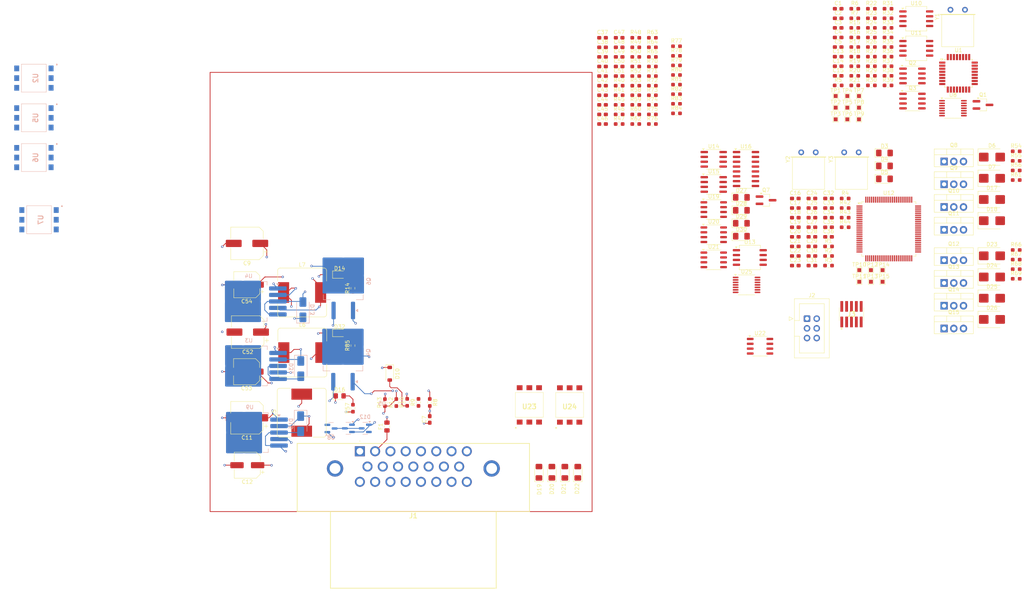
<source format=kicad_pcb>
(kicad_pcb (version 20241229) (generator "pcbnew") (generator_version "9.0")
  (layers (0 "F.Cu" signal) (4 "In1.Cu" signal) (6 "In2.Cu" signal) (2 "B.Cu" signal) (13 "F.Paste" user) (15 "B.Paste" user) (5 "F.SilkS" user "F.Silkscreen") (7 "B.SilkS" user "B.Silkscreen") (1 "F.Mask" user) (3 "B.Mask" user) (25 "Edge.Cuts" user))
  (net 0 "")
  (net 1 "ADC_VBAT")
  (net 2 "GND")
  (net 3 "ADC_VIGNTION")
  (net 4 "ADC_VSENS")
  (net 5 "ADC_VMCU")
  (net 6 "VPMIC")
  (net 7 "VCC")
  (net 8 "Net-(Q4-D)")
  (net 9 "VMCU")
  (net 10 "VSEN")
  (net 11 "Net-(U1-AREF)")
  (net 12 "Net-(U1-XTAL1{slash}PB6)")
  (net 13 "Net-(U1-XTAL2{slash}PB7)")
  (net 14 "Net-(U12-PC15)")
  (net 15 "Net-(U12-PC14)")
  (net 16 "Net-(U12-PH0)")
  (net 17 "Net-(U12-PH1)")
  (net 18 "MCU_NRST")
  (net 19 "VMCU_OUT")
  (net 20 "Net-(C37-Pad1)")
  (net 21 "Net-(C38-Pad1)")
  (net 22 "KL30_OUT")
  (net 23 "Net-(D3-A)")
  (net 24 "Net-(D4-A)")
  (net 25 "Net-(D5-A)")
  (net 26 "IGN_COIL_1")
  (net 27 "IGN_COIL_2")
  (net 29 "Net-(D12-K)")
  (net 30 "Net-(D8-A)")
  (net 31 "Net-(D10-K)")
  (net 32 "Net-(D10-A)")
  (net 34 "Net-(D12-A)")
  (net 35 "Net-(D13-K)")
  (net 36 "Net-(D14-A)")
  (net 37 "Net-(D15-K)")
  (net 38 "Net-(D16-A)")
  (net 39 "IGN_COIL_3")
  (net 40 "IGN_COIL_4")
  (net 41 "Net-(D19-A)")
  (net 42 "Net-(D20-A)")
  (net 43 "Net-(D21-A)")
  (net 44 "Net-(D22-A)")
  (net 45 "+BATT")
  (net 46 "Net-(Q1-E)")
  (net 47 "Net-(Q1-B)")
  (net 48 "KL15_OUT")
  (net 49 "Net-(Q2B-G2)")
  (net 50 "Net-(Q2A-G1)")
  (net 51 "VSEN_OUT")
  (net 52 "Net-(Q3B-G2)")
  (net 53 "Net-(Q3A-G1)")
  (net 54 "Net-(Q7-B)")
  (net 55 "Net-(Q7-E)")
  (net 56 "Net-(Q8-G)")
  (net 57 "Net-(Q9-G)")
  (net 58 "Net-(Q10-G)")
  (net 59 "Net-(Q11-G)")
  (net 60 "Net-(U12-BOOT0)")
  (net 61 "Net-(R2-Pad2)")
  (net 62 "Net-(R5-Pad2)")
  (net 63 "Net-(U1-PC4)")
  (net 64 "Net-(R6-Pad2)")
  (net 65 "Net-(U1-PC5)")
  (net 66 "Net-(U1-PD0)")
  (net 67 "Net-(R7-Pad2)")
  (net 68 "Net-(R15-Pad2)")
  (net 69 "Net-(U1-PD1)")
  (net 70 "Net-(R16-Pad1)")
  (net 71 "Net-(R17-Pad1)")
  (net 72 "Net-(R18-Pad1)")
  (net 73 "Net-(R19-Pad1)")
  (net 74 "Net-(U10A--)")
  (net 75 "Net-(U10B--)")
  (net 76 "Net-(U11A--)")
  (net 77 "Net-(U11B--)")
  (net 78 "Net-(U10A-+)")
  (net 79 "KL15")
  (net 80 "Net-(U10B-+)")
  (net 81 "Net-(U1-PB0)")
  (net 82 "Net-(U11A-+)")
  (net 83 "Net-(U11B-+)")
  (net 84 "OE_PIN")
  (net 85 "Net-(R40-Pad2)")
  (net 86 "Net-(R41-Pad2)")
  (net 87 "Signal1_Pin")
  (net 88 "Net-(U12-PD15)")
  (net 89 "OE_PIN2")
  (net 90 "Net-(U15-S)")
  (net 91 "SENSOR_1_SIGNAL")
  (net 92 "SENSOR_2_SIGNAL")
  (net 93 "IGN_COIL_DRV_1")
  (net 94 "IGN_COIL_DRV_3")
  (net 95 "Signal2_Pin")
  (net 96 "IGN_COIL_DRV_2")
  (net 97 "IGN_COIL_DRV_4")
  (net 98 "Net-(U19-INA)")
  (net 99 "Cylinder1Out_Pin")
  (net 100 "Cylinder2Out_Pin")
  (net 101 "Net-(U19-INB)")
  (net 102 "Net-(U20-INA)")
  (net 103 "Cylinder3Out_Pin")
  (net 104 "Net-(U20-INB)")
  (net 105 "Cylinder4Out_Pin")
  (net 106 "Net-(U1-PB2)")
  (net 107 "MAP_SENSOR_ADC_SIGNAL")
  (net 108 "TPS_ADC_SIGNAL")
  (net 109 "COOLANT_TEMP_ADC_SIGNAL")
  (net 113 "INJ_FUEL_1")
  (net 127 "MCU_SPI_MOSI")
  (net 129 "MCU_SPI_MISO")
  (net 130 "MCU_SPI_SCK")
  (net 131 "MCU_SPI_CS")
  (net 139 "INJ_FUEL_2")
  (net 140 "CAN_RXD")
  (net 144 "INJ_FUEL_3")
  (net 145 "INJ_FUEL_4")
  (net 149 "CAN_TXD")
  (net 150 "Net-(D27-A)")
  (net 158 "UART_TX")
  (net 165 "UART_RX")
  (net 171 "I2C_SCL")
  (net 175 "SWDIO_Pin")
  (net 176 "SWCLK_Pin")
  (net 184 "I2C_SDA")
  (net 188 "Net-(D28-A)")
  (net 189 "Net-(D29-A)")
  (net 192 "Net-(D30-A)")
  (net 196 "Net-(U14-SCL)")
  (net 197 "Net-(U14-SDA)")
  (net 199 "TPS_SIGNAL")
  (net 200 "Net-(U15-TXD)")
  (net 201 "Net-(U15-RXD)")
  (net 202 "CAN-H")
  (net 211 "CAN-L")
  (net 212 "MAP_SENSOR_SIGNAL")
  (net 213 "PMIC_RESET")
  (net 214 "PMIC_SPI_MISO")
  (net 215 "PMIC_SPI_MOSI")
  (net 216 "PMIC_SPI_SCK")
  (net 221 "Net-(Q12-G)")
  (net 222 "Net-(Q13-G)")
  (net 223 "Net-(Q14-G)")
  (net 224 "Net-(Q15-G)")
  (net 225 "FUEL_INJ_DRV_1")
  (net 227 "FUEL_INJ_DRV_2")
  (net 228 "FUEL_INJ_DRV_3")
  (net 229 "FUEL_INJ_DRV_4")
  (net 231 "Net-(U13A-+)")
  (net 232 "Net-(U13A--)")
  (net 233 "Net-(U13B--)")
  (net 234 "Net-(U13B-+)")
  (net 235 "Cylinder1FuelOut_Pin")
  (net 236 "Net-(U21-INA)")
  (net 237 "Cylinder2FuelOut_Pin")
  (net 238 "Net-(U21-INB)")
  (net 239 "Cylinder3FuelOut_Pin")
  (net 240 "Net-(U22-INA)")
  (net 241 "Cylinder4FuelOut_Pin")
  (net 242 "Net-(U22-INB)")
  (net 263 "Net-(D31-K)")
  (net 264 "Net-(D32-A)")
  (footprint "Capacitor_SMD:C_0603_1608Metric_Pad1.08x0.95mm_HandSolder" (layer "F.Cu") (at 224.4425 78.08)
    (property "Reference" "C30")
    (property "Value" "0.1u")
  )
  (footprint "Resistor_SMD:R_0603_1608Metric_Pad0.98x0.95mm_HandSolder" (layer "F.Cu") (at 178.3275 36)
    (property "Reference" "R58")
    (property "Value" "120R")
  )
  (footprint "Fuse:Fuse_0805_2012Metric_Pad1.15x1.40mm_HandSolder" (layer "F.Cu") (at 113.19 122.715 90)
    (property "Reference" "F1")
    (property "Value" "2A Fuse")
  )
  (footprint "Package_SO:SOIC-8_3.9x4.9mm_P1.27mm" (layer "F.Cu") (at 250.7625 37.52)
    (property "Reference" "Q3")
    (property "Value" "DMP6050SSD")
  )
  (footprint "TestPoint:TestPoint_Pad_1.0x1.0mm" (layer "F.Cu") (at 230.6625 42.3)
    (property "Reference" "TP3")
    (property "Value" "SPI_MOSI")
  )
  (footprint "Resistor_SMD:R_0603_1608Metric_Pad0.98x0.95mm_HandSolder" (layer "F.Cu") (at 277.9225 84.04)
    (property "Reference" "R69")
    (property "Value" "100R")
  )
  (footprint "Resistor_SMD:R_0603_1608Metric_Pad0.98x0.95mm_HandSolder" (layer "F.Cu") (at 235.6625 33.42)
    (property "Reference" "R21")
    (property "Value" "8.2K")
  )
  (footprint "LED_SMD:LED_1206_3216Metric_Pad1.42x1.75mm_HandSolder" (layer "F.Cu") (at 205.9775 69.51)
    (property "Reference" "D29")
    (property "Value" "RED")
  )
  (footprint "Capacitor_SMD:C_0603_1608Metric_Pad1.08x0.95mm_HandSolder" (layer "F.Cu") (at 224.4425 68.04)
    (property "Reference" "C26")
    (property "Value" "0.1u")
  )
  (footprint "Package_TO_SOT_SMD:TSOT-23_HandSoldering" (layer "F.Cu") (at 212.4325 63.475)
    (property "Reference" "Q7")
    (property "Value" "SS8050")
  )
  (footprint "Resistor_SMD:R_0603_1608Metric_Pad0.98x0.95mm_HandSolder" (layer "F.Cu") (at 178.3275 30.98)
    (property "Reference" "R52")
    (property "Value" "10K")
  )
  (footprint "Inductor_SMD:L_Bourns_SRR1260" (layer "F.Cu") (at 90.88 119.1 90)
    (property "Reference" "L5")
    (property "Value" "SRR1280-331K")
  )
  (footprint "TestPoint:TestPoint_Pad_1.0x1.0mm" (layer "F.Cu") (at 230.6625 39.25)
    (property "Reference" "TP2")
    (property "Value" "SPI_CS")
  )
  (footprint "Capacitor_SMD:C_0603_1608Metric_Pad1.08x0.95mm_HandSolder" (layer "F.Cu") (at 231.3125 20.87)
    (property "Reference" "C4")
    (property "Value" "100n")
  )
  (footprint "Diode_SMD:D_SMB" (layer "F.Cu") (at 271.5775 63.29)
    (property "Reference" "D17")
    (property "Value" "SM6T100A")
  )
  (footprint "Diode_SMD:D_SMB" (layer "F.Cu") (at 271.5775 83.58)
    (property "Reference" "D24")
    (property "Value" "SM6T100A")
  )
  (footprint "Capacitor_SMD:CP_Elec_6.3x7.7" (layer "F.Cu") (at 76.51 85.59 180)
    (property "Reference" "C54")
    (property "Value" "UCL0J331MCL1GS")
  )
  (footprint "LED_SMD:LED_1206_3216Metric_Pad1.42x1.75mm_HandSolder" (layer "F.Cu") (at 159.76 134.6925 90)
    (property "Reference" "D21")
    (property "Value" "RED")
  )
  (footprint "Package_SO:SOIC-16_3.9x9.9mm_P1.27mm" (layer "F.Cu") (at 207.1825 55.31)
    (property "Reference" "U16")
    (property "Value" "MAX232")
  )
  (footprint "Capacitor_SMD:C_0603_1608Metric_Pad1.08x0.95mm_HandSolder" (layer "F.Cu") (at 224.4425 80.59)
    (property "Reference" "C31")
    (property "Value" "1u")
  )
  (footprint "Resistor_SMD:R_0603_1608Metric_Pad0.98x0.95mm_HandSolder" (layer "F.Cu") (at 182.6775 33.49)
    (property "Reference" "R72")
    (property "Value" "8.2K")
  )
  (footprint "Resistor_SMD:R_0603_1608Metric_Pad0.98x0.95mm_HandSolder" (layer "F.Cu") (at 182.6775 28.47)
    (property "Reference" "R70")
    (property "Value" "7K")
  )
  (footprint "Capacitor_SMD:CP_Elec_8x11.9" (layer "F.Cu") (at 76.55 74.78 180)
    (property "Reference" "C9")
    (property "Value" "UCL1V101MNL1GS")
  )
  (footprint "TestPoint:TestPoint_Pad_1.0x1.0mm" (layer "F.Cu") (at 242.9425 81.78)
    (property "Reference" "TP14")
    (property "Value" "Cyl3_TP")
  )
  (footprint "Resistor_SMD:R_0603_1608Metric_Pad0.98x0.95mm_HandSolder" (layer "F.Cu") (at 182.6775 43.53)
    (property "Reference" "R76")
    (property "Value" "10K")
  )
  (footprint "Capacitor_SMD:C_0603_1608Metric_Pad1.08x0.95mm_HandSolder" (layer "F.Cu") (at 224.4425 63.02)
    (property "Reference" "C24")
    (property "Value" "0.1u")
  )
  (footprint "TestPoint:TestPoint_Pad_1.0x1.0mm" (layer "F.Cu") (at 236.8425 84.83)
    (property "Reference" "TP11")
    (property "Value" "Cyl2_TP")
  )
  (footprint "Capacitor_SMD:C_0603_1608Metric_Pad1.08x0.95mm_HandSolder" (layer "F.Cu") (at 231.3125 30.91)
    (property "Reference" "C15")
    (property "Value" "22p")
  )
  (footprint "Resistor_SMD:R_0603_1608Metric_Pad0.98x0.95mm_HandSolder" (layer "F.Cu") (at 173.9775 43.53)
    (property "Reference" "R47")
    (property "Value" "10K")
  )
  (footprint "Resistor_SMD:R_0603_1608Metric_Pad0.98x0.95mm_HandSolder" (layer "F.Cu") (at 178.3275 23.45)
    (property "Reference" "R49")
    (property "Value" "360R")
  )
  (footprint "Capacitor_SMD:C_0603_1608Metric_Pad1.08x0.95mm_HandSolder" (layer "F.Cu") (at 173.9775 30.98)
    (property "Reference" "C51")
    (property "Value" "0.1u")
  )
  (footprint "Resistor_SMD:R_0603_1608Metric_Pad0.98x0.95mm_HandSolder" (layer "F.Cu") (at 235.6625 30.91)
    (property "Reference" "R20")
    (property "Value" "8.2K")
  )
  (footprint "Resistor_SMD:R_0603_1608Metric_Pad0.98x0.95mm_HandSolder" (layer "F.Cu") (at 188.9925 28.19)
    (property "Reference" "R79")
    (property "Value" "100R")
  )
  (footprint "Resistor_SMD:R_0603_1608Metric_Pad0.98x0.95mm_HandSolder" (layer "F.Cu") (at 240.0125 30.91)
    (property "Reference" "R29")
    (property "Value" "12K1")
  )
  (footprint "Resistor_SMD:R_0603_1608Metric_Pad0.98x0.95mm_HandSolder" (layer "F.Cu") (at 178.3275 28.47)
    (property "Reference" "R51")
    (property "Value" "2K")
  )
  (footprint "Package_TO_SOT_THT:TO-220-3_Vertical" (layer "F.Cu") (at 259.0425 71.22)
    (property "Reference" "Q11")
    (property "Value" "IRF540N")
  )
  (footprint "Capacitor_SMD:C_0603_1608Metric_Pad1.08x0.95mm_HandSolder" (layer "F.Cu") (at 224.4425 65.53)
    (property "Reference" "C25")
    (property "Value" "1u")
  )
  (footprint "Inductor_SMD:L_Bourns_SRR1260" (layer "F.Cu") (at 90.98 87.63)
    (property "Reference" "L7")
    (property "Value" "SRR1280-331K")
  )
  (footprint "Diode_SMD:D_SMB" (layer "F.Cu") (at 271.5775 89.13)
    (property "Reference" "D25")
    (property "Value" "SM6T100A")
  )
  (footprint "Capacitor_SMD:C_0603_1608Metric_Pad1.08x0.95mm_HandSolder" (layer "F.Cu") (at 224.4425 73.06)
    (property "Reference" "C28")
    (property "Value" "0.1u")
  )
  (footprint "LED_SMD:LED_1206_3216Metric_Pad1.42x1.75mm_HandSolder" (layer "F.Cu") (at 205.9775 62.73)
    (property "Reference" "D27")
    (property "Value" "RED")
  )
  (footprint "Resistor_SMD:R_0603_1608Metric_Pad0.98x0.95mm_HandSolder" (layer "F.Cu") (at 188.9925 33.21)
    (property "Reference" "R81")
    (property "Value" "2K")
  )
  (footprint "Resistor_SMD:R_0603_1608Metric_Pad0.98x0.95mm_HandSolder" (layer "F.Cu") (at 244.3625 18.36)
    (property "Reference" "R33")
    (property "Value" "10K")
  )
  (footprint "Crystal:Crystal_HC52-8mm_Horizontal" (layer "F.Cu") (at 232.8925 50.94)
    (property "Reference" "Y3")
    (property "Value" "8MHz")
  )
  (footprint "Inductor_SMD:L_Bourns_SRR1260" (layer "F.Cu") (at 91.04 103.36)
    (property "Reference" "L6")
    (property "Value" "SRR1280-331K")
  )
  (footprint "Capacitor_SMD:C_0603_1608Metric_Pad1.08x0.95mm_HandSolder" (layer "F.Cu") (at 173.9775 25.96)
    (property "Reference" "C49")
    (property "Value" "1u")
  )
  (footprint "Package_QFP:TQFP-32_7x7mm_P0.8mm" (layer "F.Cu") (at 262.8125 30.26)
    (property "Reference" "U1")
    (property "Value" "ATmega328PB-A")
  )
  (footprint "LED_SMD:LED_0805_2012Metric_Pad1.15x1.40mm_HandSolder" (layer "F.Cu") (at 100.81 114.7)
    (property "Reference" "D16")
    (property "Value" "RED")
  )
  (footprint "Package_SO:SO-8_3.9x4.9mm_P1.27mm" (layer "F.Cu") (at 198.7325 72.51)
    (property "Reference" "U20")
    (property "Value" "IXDN602")
  )
  (footprint "Package_SO:SOIC-8_3.9x4.9mm_P1.27mm" (layer "F.Cu") (at 250.7625 30.94)
    (property "Reference" "Q2")
    (property "Value" "DMP6050SSD")
  )
  (footprint "Package_TO_SOT_THT:TO-220-3_Vertical" (layer "F.Cu") (at 259.0425 97.06)
    (property "Reference" "Q15")
    (property "Value" "IRF540N")
  )
  (footprint "Package_TO_SOT_THT:TO-220-3_Vertical" (layer "F.Cu") (at 259.0425 53.34)
    (property "Reference" "Q8")
    (property "Value" "IRF540N")
  )
  (footprint "TestPoint:TestPoint_Pad_1.0x1.0mm" (layer "F.Cu") (at 230.6625 36.2)
    (property "Reference" "TP1")
    (property "Value" "PMIC_CLK")
  )
  (footprint "Capacitor_SMD:C_0603_1608Metric_Pad1.08x0.95mm_HandSolder" (layer "F.Cu") (at 169.6275 28.47)
    (property "Reference" "C40")
    (property "Value" "0.1u")
  )
  (footprint "Package_SO:SOIC-8_5.3x6.2mm_P1.27mm" (layer "F.Cu") (at 251.7625 15.96)
    (property "Reference" "U10")
    (property "Value" "TLV2372")
  )
  (footprint "Resistor_SMD:R_0603_1608Metric_Pad0.98x0.95mm_HandSolder" (layer "F.Cu") (at 235.6625 23.38)
    (property "Reference" "R17")
    (property "Value" "0R")
  )
  (footprint "Crystal:Crystal_HC52-8mm_Horizontal" (layer "F.Cu") (at 260.7125 13.61)
    (property "Reference" "Y1")
    (property "Value" "16MHz")
  )
  (footprint "LED_SMD:LED_1206_3216Metric_Pad1.42x1.75mm_HandSolder" (layer "F.Cu") (at 205.9775 66.12)
    (property "Reference" "D28")
    (property "Value" "RED")
  )
  (footprint "Resistor_SMD:R_0603_1608Metric_Pad0.98x0.95mm_HandSolder" (layer "F.Cu") (at 228.7925 75.57)
    (property "Reference" "R1")
    (property "Value" "10k")
  )
  (footprint "Package_TO_SOT_SMD:TSOT-23_HandSoldering" (layer "F.Cu") (at 269.2225 38.525)
    (property "Reference" "Q1")
    (property "Value" "SS8050")
  )
  (footprint "Resistor_SMD:R_0603_1608Metric_Pad0.98x0.95mm_HandSolder" (layer "F.Cu") (at 277.9225 81.53)
    (property "Reference" "R68")
    (property "Value" "100R")
  )
  (footprint "Package_TO_SOT_THT:TO-220-3_Vertical" (layer "F.Cu") (at 259.0425 85.14)
    (property "Reference" "Q13")
    (property "Value" "IRF540N")
  )
  (footprint "Package_SO:TSSOP-14_4.4x5mm_P0.65mm" (layer "F.Cu") (at 261.3625 39.385)
    (property "Reference" "U8")
    (property "Value" "TXS0104EPW")
  )
  (footprint "Resistor_SMD:R_0603_1608Metric_Pad0.98x0.95mm_HandSolder" (layer "F.Cu") (at 182.6775 36)
    (property "Reference" "R73")
    (property "Value" "8.2K")
  )
  (footprint "Package_TO_SOT_THT:TO-220-3_Vertical" (layer "F.Cu") (at 259.0425 59.3)
    (property "Reference" "Q9")
    (property "Value" "IRF540N")
  )
  (footprint "Package_SO:SO-8_3.9x4.9mm_P1.27mm" (layer "F.Cu") (at 198.7325 65.93)
    (property "Reference" "U19")
    (property "Value" "IXDN602")
  )
  (footprint "Capacitor_SMD:C_0603_1608Metric_Pad1.08x0.95mm_HandSolder" (layer "F.Cu") (at 220.0925 70.55)
    (property "Reference" "C19")
    (property "Value" "12p")
  )
  (footprint "Resistor_SMD:R_0603_1608Metric_Pad0.98x0.95mm_HandSolder" (layer "F.Cu") (at 188.9925 30.7)
    (property "Reference" "R80")
    (property "Value" "100R")
  )
  (footprint "7706691:7706691" (layer "F.Cu") (at 106.1 129.2)
    (property "Reference" "J1")
    (property "Value" "770669-1" (hide yes))
  )
  (footprint "Resistor_SMD:R_0603_1608Metric_Pad0.98x0.95mm_HandSolder" (layer "F.Cu") (at 118.49 116.39 90)
    (property "Reference" "R10")
    (property "Value" "5K")
  )
  (footprint "Resistor_SMD:R_0603_1608Metric_Pad0.98x0.95mm_HandSolder" (layer "F.Cu") (at 115.65 116.4425 90)
    (property "Reference" "R12")
    (property "Value" "1M")
  )
  (footprint "Resistor_SMD:R_0603_1608Metric_Pad0.98x0.95mm_HandSolder" (layer "F.Cu") (at 235.6625 18.36)
    (property "Reference" "R15")
    (property "Value" "475R")
  )
  (footprint "Package_SO:SOIC-8_5.3x6.2mm_P1.27mm" (layer "F.Cu") (at 208.1825 78.47)
    (property "Reference" "U13")
    (property "Value" "TLV2372")
  )
  (footprint "Diode_SMD:D_SOD-123" (layer "F.Cu") (at 113.92 108.9025 -90)
    (property "Reference" "D10")
    (property "Value" "KDZV18B")
  )
  (footprint "TestPoint:TestPoint_Pad_1.0x1.0mm" (layer "F.Cu") (at 233.7125 42.3)
    (property "Reference" "TP6")
    (property "Value" "KL30_ADC")
  )
  (footprint "Resistor_SMD:R_0603_1608Metric_Pad0.98x0.95mm_HandSolder" (layer "F.Cu") (at 240.0125 13.34)
    (property "Reference" "R22")
    (property "Value" "8.2K")
  )
  (footprint "Resistor_SMD:R_0603_1608Metric_Pad0.98x0.95mm_HandSolder" (layer "F.Cu") (at 244.3625 28.4)
    (property "Reference" "R37")
    (property "Value" "10K")
  )
  (footprint "Resistor_SMD:R_0603_1608Metric_Pad0.98x0.95mm_HandSolder" (layer "F.Cu") (at 188.9925 25.68)
    (property "Reference" "R78")
    (property "Value" "100R")
  )
  (footprint "Capacitor_SMD:C_0603_1608Metric_Pad1.08x0.95mm_HandSolder" (layer "F.Cu") (at 231.3125 25.89)
    (property "Reference" "C13")
    (property "Value" "100n")
  )
  (footprint "Resistor_SMD:R_0603_1608Metric_Pad0.98x0.95mm_HandSolder" (layer "F.Cu") (at 178.3275 38.51)
    (property "Reference" "R59")
    (property "Value" "100R")
  )
  (footprint "Resistor_SMD:R_0603_1608Metric_Pad0.98x0.95mm_HandSolder" (layer "F.Cu") (at 244.3625 20.87)
    (property "Reference" "R34")
    (property "Value" "43k")
  )
  (footprint "Resistor_SMD:R_0603_1608Metric_Pad0.98x0.95mm_HandSolder" (layer "F.Cu") (at 178.3275 33.49)
    (property "Reference" "R53")
    (property "Value" "10K")
  )
  (footprint "Resistor_SMD:R_0603_1608Metric_Pad0.98x0.95mm_HandSolder" (layer "F.Cu") (at 188.9925 23.17)
    (property "Reference" "R77")
    (property "Value" "100R")
  )
  (footprint "Resistor_SMD:R_0603_1608Metric_Pad0.98x0.95mm_HandSolder" (layer "F.Cu") (at 173.9775 41.02)
    (property "Reference" "R46")
    (property "Value" "10K")
  )
  (footprint "Package_SO:SO-8_3.9x4.9mm_P1.27mm" (layer "F.Cu") (at 198.7325 79.09)
    (property "Reference" "U21")
    (property "Value" "IXDN602")
  )
  (footprint "Capacitor_SMD:C_0603_1608Metric_Pad1.08x0.95mm_HandSolder" (layer "F.Cu") (at 169.6275 36)
    (property "Reference" "C43")
    (property "Value" "1u")
  )
  (footprint "Capacitor_SMD:CP_Elec_8x11.9" (layer "F.Cu") (at 76.74 98 180)
    (property "Reference" "C52")
    (property "Value" "UCL1V101MNL1GS")
  )
  (footprint "Resistor_SMD:R_0603_1608Metric_Pad0.98x0.95mm_HandSolder" (layer "F.Cu") (at 244.3625 13.34)
    (property "Reference" "R31")
    (property "Value" "12K1")
  )
  (footprint "Resistor_SMD:R_0603_1608Metric_Pad0.98x0.95mm_HandSolder" (layer "F.Cu") (at 104.28 86.52 90)
    (property "Reference" "R14")
    (property "Value" "470R")
  )
  (footprint "Resistor_SMD:R_0603_1608Metric_Pad0.98x0.95mm_HandSolder" (layer "F.Cu") (at 233.1425 68.04)
    (property "Reference" "R43")
    (property "Value" "470R")
  )
  (footprint "Capacitor_SMD:C_0603_1608Metric_Pad1.08x0.95mm_HandSolder" (layer "F.Cu") (at 169.6275 23.45)
    (property "Reference" "C38")
    (property "Value" "2.2uF")
  )
  (footprint "Resistor_SMD:R_0603_1608Metric_Pad0.98x0.95mm_HandSolder" (layer "F.Cu") (at 182.6775 20.94)
    (property "Reference" "R63")
    (property "Value" "100R")
  )
  (footprint "Capacitor_SMD:C_0603_1608Metric_Pad1.08x0.95mm_HandSolder" (layer "F.Cu") (at 173.9775 20.94)
    (property "Reference" "C47")
    (property "Value" "0.1u")
  )
  (footprint "Capacitor_SMD:C_0603_1608Metric_Pad1.08x0.95mm_HandSolder" (layer "F.Cu") (at 220.0925 80.59)
    (property "Reference" "C23")
    (property "Value" "1u")
  )
  (footprint "Resistor_SMD:R_0603_1608Metric_Pad0.98x0.95mm_HandSolder" (layer "F.Cu") (at 233.1425 65.53)
    (property "Reference" "R42")
    (property "Value" "470R")
  )
  (footprint "Capacitor_SMD:C_0603_1608Metric_Pad1.08x0.95mm_HandSolder" (layer "F.Cu") (at 231.3125 15.85)
    (property "Reference" "C2")
    (property "Value" "100n")
  )
  (footprint "Resistor_SMD:R_0603_1608Metric_Pad0.98x0.95mm_HandSolder" (layer "F.Cu") (at 182.6775 25.96)
    (property "Reference" "R65")
    (property "Value" "2K")
  )
  (footprint "Resistor_SMD:R_0603_1608Metric_Pad0.98x0.95mm_HandSolder" (layer "F.Cu") (at 277.9225 58.2)
    (property "Reference" "R61")
    (property "Value" "100R")
  )
  (footprint "Capacitor_SMD:C_0603_1608Metric_Pad1.08x0.95mm_HandSolder" (layer "F.Cu") (at 169.6275 25.96)
    (property "Reference" "C39")
    (property "Value" "1u")
  )
  (footprint "Resistor_SMD:R_0603_1608Metric_Pad0.98x0.95mm_HandSolder" (layer "F.Cu") (at 235.6625 28.4)
    (property "Reference" "R19")
    (property "Value" "0R")
  )
  (footprint "Resistor_SMD:R_0603_1608Metric_Pad0.98x0.95mm_HandSolder" (layer "F.Cu") (at 277.9225 50.67)
    (property "Reference" "R54")
    (property "Value" "100R")
  )
  (footprint "Resistor_SMD:R_0603_1608Metric_Pad0.98x0.95mm_HandSolder" (layer "F.Cu") (at 182.6775 23.45)
    (property "Reference" "R64")
    (property "Value" "100R")
  )
  (footprint "Capacitor_SMD:C_0603_1608Metric_Pad1.08x0.95mm_HandSolder" (layer "F.Cu") (at 228.7925 63.02)
    (property "Reference" "C32")
    (property "Value" "0.1u")
  )
  (footprint "Resistor_SMD:R_0603_1608Metric_Pad0.98x0.95mm_HandSolder" (layer "F.Cu") (at 277.9225 79.02)
    (property "Reference" "R67")
    (property "Value" "100R")
  )
  (footprint "Resistor_SMD:R_0603_1608Metric_Pad0.98x0.95mm_HandSolder" (layer "F.Cu") (at 235.6625 20.87)
    (property "Reference" "R16")
    (property "Value" "0R")
  )
  (footprint "Capacitor_SMD:C_0603_1608Metric_Pad1.08x0.95mm_HandSolder" (layer "F.Cu") (at 220.0925 68.04)
    (property "Reference" "C18")
    (property "Value" "12p")
  )
  (footprint "Capacitor_SMD:C_0603_1608Metric_Pad1.08x0.95mm_HandSolder" (layer "F.Cu") (at 169.6275 20.94)
    (property "Reference" "C37")
    (property "Value" "2.2uF")
  )
  (footprint "Resistor_SMD:R_0603_1608Metric_Pad0.98x0.95mm_HandSolder" (layer "F.Cu") (at 121.45 116.4075 90)
    (property "Reference" "R9")
    (property "Value" "169K")
  )
  (footprint "Package_SO:TSSOP-14_4.4x5mm_P0.65mm" (layer "F.Cu") (at 207.3325 85.645)
    (property "Reference" "U25")
    (property "Value" "TXS0104EPW")
  )
  (footprint "LED_SMD:LED_1206_3216Metric_Pad1.42x1.75mm_HandSolder" (layer "F.Cu") (at 243.4375 57.89)
    (property "Reference" "D5")
    (property "Value" "RED")
  )
  (footprint "Capacitor_SMD:C_0603_1608Metric_Pad1.08x0.95mm_HandSolder" (layer "F.Cu") (at 228.7925 65.53)
    (property "Reference" "C33")
    (property "Value" "1u")
  )
  (footprint "4N35S:4N35S" (layer "F.Cu") (at 161.01 117.08)
    (property "Reference" "U24")
    (property "Value" "4N35" (hide yes))
  )
  (footprint "Resistor_SMD:R_0603_1608Metric_Pad0.98x0.95mm_HandSolder" (layer "F.Cu") (at 173.9775 33.49)
    (property "Reference" "R40")
    (property "Value" "10K")
  )
  (footprint "Resistor_SMD:R_0603_1608Metric_Pad0.98x0.95mm_HandSolder" (layer "F.Cu") (at 244.3625 30.91)
    (property "Reference" "R38")
    (property "Value" "10K")
  )
  (footprint "Resistor_SMD:R_0603_1608Metric_Pad0.98x0.95mm_HandSolder" (layer "F.Cu") (at 233.1425 70.55)
    (property "Reference" "R44")
    (property "Value" "470R")
  )
  (footprint "Resistor_SMD:R_0603_1608Metric_Pad0.98x0.95mm_HandSolder" (layer "F.Cu") (at 112.66 116.46 90)
    (property "Reference" "R13")
    (property "Value" "47.5K")
  )
  (footprint "Capacitor_SMD:C_0603_1608Metric_Pad1.08x0.95mm_HandSolder" (layer "F.Cu") (at 173.9775 23.45)
    (property "Reference" "C48")
    (property "Value" "1u")
  )
  (footprint "Resistor_SMD:R_0603_1608Metric_Pad0.98x0.95mm_HandSolder" (layer "F.Cu") (at 244.3625 33.42)
    (property "Reference" "R39")
    (property "Value" "1M")
  )
  (footprint "Resistor_SMD:R_0603_1608Metric_Pad0.98x0.95mm_HandSolder" (layer "F.Cu") (at 173.9775 38.51)
    (property "Reference" "R45")
    (property "Value" "43k")
  )
  (footprint "Capacitor_SMD:C_0603_1608Metric_Pad1.08x0.95mm_HandSolder" (layer "F.Cu") (at 220.0925 78.08)
    (property "Reference" "C22")
    (property "Value" "0.1u")
  )
  (footprint "Resistor_SMD:R_0603_1608Metric_Pad0.98x0.95mm_HandSolder" (layer "F.Cu") (at 178.3275 43.53)
    (property "Reference" "R62")
    (property "Value" "100R")
  )
  (footprint "Capacitor_SMD:C_0603_1608Metric_Pad1.08x0.95mm_HandSolder" (layer "F.Cu") (at 124.39 120.8625 90)
    (property "Reference" "C7")
    (property "Value" "100u")
  )
  (footprint "Capacitor_SMD:C_0603_1608Metric_Pad1.08x0.95mm_HandSolder" (layer "F.Cu") (at 169.6275 41.02)
    (property "Reference" "C45")
    (property "Value" "100n")
  )
  (footprint "Resistor_SMD:R_0603_1608Metric_Pad0.98x0.95mm_HandSolder" (layer "F.Cu") (at 231.3125 33.42)
    (property "Reference" "R5")
    (property "Value" "475R")
  )
  (footprint "Capacitor_SMD:C_0603_1608Metric_Pad1.08x0.95mm_HandSolder" (layer "F.Cu") (at 231.3125 13.34)
    (property "Reference" "C1")
    (property "Value" "100n")
  )
  (footprint "Resistor_SMD:R_0603_1608Metric_Pad0.98x0.95mm_HandSolder" (layer "F.Cu") (at 244.3625 23.38)
    (property "Reference" "R35")
    (property "Value" "10K")
  )
  (footprint "TestPoint:TestPoint_Pad_1.0x1.0mm" (layer "F.Cu") (at 239.8925 81.78)
    (property "Reference" "TP12")
    (property "Value" "Sig1_TP")
  )
  (footprint "Capacitor_SMD:C_0603_1608Metric_Pad1.08x0.95mm_HandSolder" (layer "F.Cu") (at 220.0925 65.53)
    (property "Reference" "C17")
    (property "Value" "12p")
  )
  (footprint "Resistor_SMD:R_0603_1608Metric_Pad0.98x0.95mm_HandSolder" (layer "F.Cu") (at 240.0125 25.89)
    (property "Reference" "R27")
    (property "Value" "12K1")
  )
  (footprint "Resistor_SMD:R_0603_1608Metric_Pad0.98x0.95mm_HandSolder" (layer "F.Cu") (at 173.9775 36)
    (property "Reference" "R41")
    (property "Value" "10K")
  )
  (footprint "Diode_SMD:D_SMB" (layer "F.Cu") (at 271.5775 52.19)
    (property "Reference" "D6")
    (property "Value" "SM6T100A")
  )
  (footprint "Package_SO:SOIC-8_3.9x4.9mm_P1.27mm" (layer "F.Cu") (at 198.7325 59.35)
    (property "Reference" "U15")
    (property "Value" "MCP2557FD-xSN")
  )
  (footprint "Resistor_SMD:R_0603_1608Metric_Pad0.98x0.95mm_HandSolder" (layer "F.Cu") (at 178.3275 20.94)
    (property "Reference" "R48")
    (property "Value" "360R")
  )
  (footprint "Resistor_SMD:R_0603_1608Metric_Pad0.98x0.95mm_HandSolder" (layer "F.Cu") (at 188.9925 35.72)
    (property "Reference" "R82")
    (property "Value" "2K")
  )
  (footprint "Capacitor_SMD:C_0603_1608Metric_Pad1.08x0.95mm_HandSolder" (layer "F.Cu") (at 169.6275 33.49)
    (property "Reference" "C42")
    (property "Value" "0.1u")
  )
  (footprint "Resistor_SMD:R_0603_1608Metric_Pad0.98x0.95mm_HandSolder" (layer "F.Cu") (at 277.9225 76.51)
    (property "Reference" "R66")
    (property "Value" "100R")
  )
  (footprint "Diode_SMD:D_SMB" (layer "F.Cu") (at 271.5775 57.74)
    (property "Reference" "D7")
    (property "Value" "SM6T100A")
  )
  (footprint "Package_SO:SOIC-8_5.3x6.2mm_P1.27mm" (layer "F.Cu") (at 251.7625 23.71)
    (property "Reference" "U11")
    (property "Value" "TLV2372")
  )
  (footprint "Diode_SMD:D_SMB" (layer "F.Cu") (at 271.5775 78.03)
    (property "Reference" "D23")
    (property "Value" "SM6T100A")
  )
  (footprint "Resistor_SMD:R_0603_1608Metric_Pad0.98x0.95mm_HandSolder" (layer "F.Cu") (at 188.9925 38.23)
    (property "Reference" "R83")
    (property "Value" "2K")
  )
  (footprint "Resistor_SMD:R_0603_1608Metric_Pad0.98x0.95mm_HandSolder" (layer "F.Cu") (at 244.3625 25.89)
    (property "Reference" "R36")
    (property "Value" "10K")
  )
  (footprint "Diode_SMD:D_SMB" (layer "F.Cu") (at 271.5775 68.84)
    (property "Reference" "D18")
    (property "Value" "SM6T100A")
  )
  (footprint "Resistor_SMD:R_0603_1608Metric_Pad0.98x0.95mm_HandSolder" (layer "F.Cu") (at 235.6625 13.34)
    (property "Reference" "R6")
    (property "Value" "475R")
  )
  (footprint "Capacitor_SMD:C_0603_1608Metric_Pad1.08x0.95mm_HandSolder" (layer "F.Cu") (at 228.7925 68.04)
    (property "Reference" "C34")
    (property "Value" "0.1u")
  )
  (footprint "Capacitor_SMD:CP_Elec_6.3x7.7" (layer "F.Cu") (at 76.6325 132.84 180)
    (property "Reference" "C12")
    (property "Value" "UCL0J331MCL1GS")
  )
  (footprint "FTSH-105-01-L-DV-A:FTSH-105-XX-YYY-DV-A" (layer "F.Cu") (at 234.7975 93.31)
    (property "Reference" "J3")
    (property "Value" "FTSH-105-01-L-DV-A" (hide yes))
  )
  (footprint "Resistor_SMD:R_0603_1608Metric_Pad0.98x0.95mm_HandSolder" (layer "F.Cu") (at 228.7925 78.08)
    (property "Reference" "R2")
    (property "Value" "510R")
  )
  (footprint "Resistor_SMD:R_0603_1608Metric_Pad0.98x0.95mm_HandSolder" (layer "F.Cu") (at 240.0125 20.87)
    (property "Reference" "R25")
    (property "Value" "12K1")
  )
  (footprint "TestPoint:TestPoint_Pad_1.0x1.0mm" (layer "F.Cu") (at 233.7125 39.25)
    (property "Reference" "TP5")
    (property "Value" "SPI_SCK")
  )
  (footprint "TestPoint:TestPoint_Pad_1.0x1.0mm" (layer "F.Cu") (at 236.8425 81.78)
    (property "Reference" "TP10")
    (property "Value" "Cyl1_TP")
  )
  (footprint "Resistor_SMD:R_0603_1608Metric_Pad0.98x0.95mm_HandSolder" (layer "F.Cu") (at 244.3625 15.85)
    (property "Reference" "R32")
    (property "Value" "69K8")
  )
  (footprint "TestPoint:TestPoint_Pad_1.0x1.0mm" (layer "F.Cu") (at 233.7125 36.2)
    (property "Reference" "TP4")
    (property "Value" "SPI_MISO")
  )
  (footprint "Capacitor_SMD:CP_Elec_6.3x7.7" (layer "F.Cu") (at 76.44 108.36 180)
    (property "Reference" "C53")
    (property "Value" "UCL0J331MCL1GS")
  )
  (footprint "Resistor_SMD:R_0603_1608Metric_Pad0.98x0.95mm_HandSolder" (layer "F.Cu") (at 104.29 117.92 90)
    (property "Reference" "R57")
    (property "Value" "470R")
  )
  (footprint "Diode_SMD:D_SMB" (layer "F.Cu") (at 271.5775 94.68)
    (property "Reference" "D26")
    (property "Value" "SM6T100A")
  )
  (footprint "TestPoint:TestPoint_Pad_1.0x1.0mm" (layer "F.Cu") (at 242.9425 84.83)
    (property "Reference" "TP15")
    (property "Value" "Cyl4_TP")
  )
  (footprint "Resistor_SMD:R_0603_1608Metric_Pad0.98x0.95mm_HandSolder" (layer "F.Cu") (at 277.9225 55.69)
    (property "Reference" "R56")
    (property "Value" "100R")
  )
  (footprint "Resistor_SMD:R_0603_1608Metric_Pad0.98x0.95mm_HandSolder" (layer "F.Cu") (at 277.9225 53.18)
    (property "Reference" "R55")
    (property "Value" "100R")
  )
  (footprint "TestPoint:TestPoint_Pad_1.0x1.0mm" (layer "F.Cu") (at 239.8925 84.83)
    (property "Reference" "TP13")
    (property "Value" "Sig2_TP")
  )
  (footprint "Package_TO_SOT_THT:TO-220-3_Vertical" (layer "F.Cu") (at 259.0425 91.1)
    (property "Reference" "Q14")
    (property "Value" "IRF540N")
  )
  (footprint "Capacitor_SMD:C_0603_1608Metric_Pad1.08x0.95mm_HandSolder" (layer "F.Cu") (at 169.6275 38.51)
    (property "Reference" "C44")
    (property "Value" "0.1u")
  )
  (footprint "TestPoint:TestPoint_Pad_1.0x1.0mm" (layer "F.Cu") (at 236.7625 36.2)
    (property "Reference" "TP7")
    (property "Value" "KL15_ADC")
  )
  (footprint "Capacitor_SMD:C_0603_1608Metric_Pad1.08x0.95mm_HandSolder" (layer "F.Cu") (at 220.0925 63.02)
    (property "Reference" "C16")
    (property "Value" "12p")
  )
  (footprint "Capacitor_SMD:C_0603_1608Metric_Pad1.08x0.95mm_HandSolder" (layer "F.Cu") (at 173.9775 28.47)
    (property "Reference" "C50")
    (property "Value" "0.1u")
  )
  (footprint "Resistor_SMD:R_0603_1608Metric_Pad0.98x0.95mm_HandSolder" (layer "F.Cu") (at 124.4 116.4225 -90)
    (property "Reference" "R8")
    (property "Value" "10K")
  )
  (footprint "Package_SO:SOIC-8_3.9x4.9mm_P1.27mm" (layer "F.Cu") (at 198.7325 52.77)
    (property "Reference" "U14")
    (property "Value" "AT24CS01-SSHM")
  )
  (footprint "Resistor_SMD:R_0603_1608Metric_Pad0.98x0.95mm_HandSolder" (layer "F.Cu") (at 240.0125 28.4)
    (property "Reference" "R28")
    (property "Value" "10k")
  )
  (footprint "Capacitor_SMD:C_0603_1608Metric_Pad1.08x0.95mm_HandSolder" (layer "F.Cu") (at 220.0925 75.57)
    (property "Reference" "C21")
    (property "Value" "1u")
  )
  (footprint "Resistor_SMD:R_0603_1608Metric_Pad0.98x0.95mm_HandSolder" (layer "F.Cu") (at 228.7925 80.59)
    (property "Reference" "R3")
    (property "Value" "0R")
  )
  (footprint "LED_SMD:LED_0805_2012Metric_Pad1.15x1.40mm_HandSolder" (layer "F.Cu") (at 100.81 98.23)
    (property "Reference" "D32")
    (property "Value" "RED")
  )
  (footprint "Resistor_SMD:R_0603_1608Metric_Pad0.98x0.95mm_HandSolder" (layer "F.Cu") (at 188.9925 40.74)
    (property "Reference" "R84")
    (property "Value" "2K")
  )
  (footprint "4N35S:4N35S" (layer "F.Cu") (at 150.47 117.06)
    (property "Reference" "U23")
    (property "Value" "4N35" (hide yes))
  )
  (footprint "LED_SMD:LED_1206_3216Metric_Pad1.42x1.75mm_HandSolder" (layer "F.Cu") (at 156.37 134.6925 90)
    (property "Reference" "D20")
    (property "Value" "RED")
  )
  (footprint "LED_SMD:LED_1206_3216Metric_Pad1.42x1.75mm_HandSolder" (layer "F.Cu") (at 163.15 134.6925 90)
    (property "Reference" "D22")
    (property "Value" "RED")
  )
  (footprint "Resistor_SMD:R_0603_1608Metric_Pad0.98x0.95mm_HandSolder" (layer "F.Cu") (at 240.0125 33.42)
    (property "Reference" "R30")
    (property "Value" "69K8")
  )
  (footprint "Resistor_SMD:R_0603_1608Metric_Pad0.98x0.95mm_HandSolder" (layer "F.Cu") (at 240.0125 23.38)
    (property "Reference" "R26")
    (property "Value" "69K8")
  )
  (footprint "Capacitor_SMD:C_0603_1608Metric_Pad1.08x0.95mm_HandSolder" (layer "F.Cu") (at 169.6275 43.53)
    (property "Reference" "C46")
    (property "Value" "100n")
  )
  (footprint "Resistor_SMD:R_0603_1608Metric_Pad0.98x0.95mm_HandSolder" (layer "F.Cu") (at 178.3275 41.02)
    (property "Reference" "R60")
    (property "Value" "2K")
  )
  (footprint "TestPoint:TestPoint_Pad_1.0x1.0mm" (layer "F.Cu") (at 236.7625 39.25)
    (property "Reference" "TP8")
    (property "Value" "VSEN_ADC")
  )
  (footprint "Package_SO:SO-8_3.9x4.9mm_P1.27mm" (layer "F.Cu") (at 210.86 101.7)
    (property "Reference" "U22")
    (property "Value" "IXDN602")
  )
  (footprint "Capacitor_SMD:C_0603_1608Metric_Pad1.08x0.95mm_HandSolder" (layer "F.Cu") (at 231.3125 18.36)
    (property "Reference" "C3")
    (property "Value" "100n")
  )
  (footprint "Resistor_SMD:R_0603_1608Metric_Pad0.98x0.95mm_HandSolder" (layer "F.Cu") (at 182.6775 41.02)
    (property "Reference" "R75")
    (property "Value" "10K")
  )
  (footprint "LED_SMD:LED_1206_3216Metric_Pad1.42x1.75mm_HandSolder" (layer "F.Cu") (at 152.98 134.6925 90)
    (property "Reference" "D19")
    (property "Value" "RED")
  )
  (footprint "Capacitor_SMD:C_0603_1608Metric_Pad1.08x0.95mm_HandSolder" (layer "F.Cu") (at 224.4425 70.55)
    (property "Reference" "C27")
    (property "Value" "1u")
  )
  (footprint "Resistor_SMD:R_0603_1608Metric_Pad0.98x0.95mm_HandSolder" (layer "F.Cu") (at 240.0125 15.85)
    (property "Reference" "R23")
    (property "Value" "8.2K1")
  )
  (footprint "Capacitor_SMD:C_0603_1608Metric_Pad1.08x0.95mm_HandSolder" (layer "F.Cu") (at 224.4425 75.57)
    (property "Reference" "C29")
    (property "Value" "1u")
  )
  (footprint "LED_SMD:LED_1206_3216Metric_Pad1.42x1.75mm_HandSolder" (layer "F.Cu") (at 243.4375 54.5)
    (property "Reference" "D4")
    (property "Value" "RED")
  )
  (footprint "Package_QFP:LQFP-100_14x14mm_P0.5mm" (layer "F.Cu") (at 244.5625 71.01)
    (property "Reference" "U12")
    (property "Value" "STM32F407VGTx")
  )
  (footprint "Capacitor_SMD:C_0603_1608Metric_Pad1.08x0.95mm_HandSolder" (layer "F.Cu") (at 231.3125 28.4)
    (property "Reference" "C14")
    (property "Value" "22p")
  )
  (footprint "LED_SMD:LED_0805_2012Metric_Pad1.15x1.40mm_HandSolder" (layer "F.Cu") (at 100.81 82.9575)
    (property "Reference" "D14")
    (property "Value" "RED")
  )
  (footprint "Resistor_SMD:R_0603_1608Metric_Pad0.98x0.95mm_HandSolder" (layer "F.Cu") (at 235.6625 15.85)
    (property "Reference" "R7")
    (property "Value" "475R")
  )
  (footprint "Crystal:Crystal_HC52-8mm_Horizontal" (layer "F.Cu") (at 221.6425 50.94)
    (property "Reference" "Y2")
    (property "Value" "32.768kHz")
  )
  (footprint "Capacitor_SMD:C_0603_1608Metric_Pad1.08x0.95mm_HandSolder" (layer "F.Cu") (at 169.6275 30.98)
    (property "Reference" "C41")
    (property "Value" "1u")
  )
  (footprint "Resistor_SMD:R_0603_1608Metric_Pad0.98x0.95mm_HandSolder" (layer "F.Cu") (at 104.29 101.5325 90)
    (property "Reference" "R85")
    (property "Value" "470R")
  )
  (footprint "Resistor_SMD:R_0603_1608Metric_Pad0.98x0.95mm_HandSolder" (layer "F.Cu") (at 182.6775 30.98)
    (property "Reference" "R71")
    (property "Value" "10K")
  )
  (footprint "Connector_IDC:IDC-Header_2x03_P2.54mm_Vertical" (layer "F.Cu") (at 223.1575 94.48)
    (property "Reference" "J2")
    (property "Value" "Conn_02x03_Odd_Even")
  )
  (footprint "Capacitor_SMD:C_0603_1608Metric_Pad1.08x0.95mm_HandSolder" (layer "F.Cu") (at 228.7925 73.06)
    (property "Reference" "C36")
    (property "Value" "0.1u")
  )
  (footprint "TestPoint:TestPoint_Pad_1.0x1.0mm" (layer "F.Cu") (at 236.7625 42.3)
    (property "Reference" "TP9")
    (property "Value" "VMCU_ADC")
  )
  (footprint "Resistor_SMD:R_0603_1608Metric_Pad0.98x0.95mm_HandSolder" (layer "F.Cu") (at 235.6625 25.89)
    (property "Reference" "R18")
    (property "Value" "0R")
  )
  (footprint "Capacitor_SMD:C_0603_1608Metric_Pad1.08x0.95mm_HandSolder" (layer "F.Cu") (at 231.3125 23.38)
    (property "Reference" "C5")
    (property "Value" "100n")
  )
  (footprint "Package_TO_SOT_THT:TO-220-3_Vertical" (layer "F.Cu") (at 259.0425 65.26)
    (property "Reference" "Q10")
    (property "Value" "IRF540N")
  )
  (footprint "Resistor_SMD:R_0603_1608Metric_Pad0.98x0.95mm_HandSolder" (layer "F.Cu") (at 178.3275 25.96)
    (property "Reference" "R50")
    (property "Value" "2K")
  )
  (footprint "Capacitor_SMD:C_0603_1608Metric_Pad1.08x0.95mm_HandSolder" (layer "F.Cu") (at 220.0925 73.06)
    (property "Reference" "C20")
    (property "Value" "0.1u")
  )
  (footprint "Resistor_SMD:R_0603_1608Metric_Pad0.98x0.95mm_HandSolder" (layer "F.Cu") (at 240.0125 18.36)
    (property "Reference" "R24")
    (property "Value" "69K8")
  )
  (footprint "Package_TO_SOT_THT:TO-220-3_Vertical" (layer "F.Cu") (at 259.0425 79.18)
    (property "Reference" "Q12")
    (property "Value" "IRF540N")
  )
  (footprint "Capacitor_SMD:CP_Elec_8x11.9" (layer "F.Cu") (at 76.55 120.43 180)
    (property "Reference" "C11")
    (property "Value" "UCL1V101MNL1GS")
  )
  (footprint "Resistor_SMD:R_0603_1608Metric_Pad0.98x0.95mm_HandSolder" (layer "F.Cu") (at 233.1425 63.02)
    (property "Reference" "R4")
    (property "Value" "10k")
  )
  (footprint "LED_SMD:LED_1206_3216Metric_Pad1.42x1.75mm_HandSolder" (layer "F.Cu") (at 205.9775 72.9)
    (property "Reference" "D30")
    (property "Value" "RED")
  )
  (footprint "Capacitor_SMD:C_0603_1608Metric_Pad1.08x0.95mm_HandSolder" (layer "F.Cu") (at 228.7925 70.55)
    (property "Reference" "C35")
    (property "Value" "1u")
  )
  (footprint "Resistor_SMD:R_0603_1608Metric_Pad0.98x0.95mm_HandSolder" (layer "F.Cu") (at 182.6775 38.51)
    (property "Reference" "R74")
    (property "Value" "7K")
  )
  (footprint "LED_SMD:LED_1206_3216Metric_Pad1.42x1.75mm_HandSolder" (layer "F.Cu") (at 243.4375 51.11)
    (property "Reference" "D3")
    (property "Value" "RED")
  )
  (footprint "4N35S:4N35S" (layer "B.Cu") (at 22.11 68.59 -90)
    (property "Reference" "U7")
    (property "Value" "4N35" (hide yes))
  )
  (footprint "Library:TO-263-2_Transistor" (layer "B.Cu") (at 101.76 84.695 90)
    (property "Reference" "Q6")
    (property "Value" "942-IRF9Z34NSPBF")
  )
  (footprint "Package_TO_SOT_SMD:SOT-23" (layer "B.Cu") (at 103.1 123.2 180)
    (property "Reference" "Q5")
    (property "Value" "BC856")
  )
  (footprint "Diode_SMD:D_SMA" (layer "B.Cu") (at 90.63 107.56 -90)
    (property "Reference" "D31")
    (property "Value" "SS14")
  )
  (footprint "4N35S:4N35S" (layer "B.Cu") (at 20.76 31.51 -90)
    (property "Reference" "U2")
    (property "Value" "4N35" (hide yes))
  )
  (footprint "4N35S:4N35S" (layer "B.Cu") (at 20.76 52.31 -90)
    (property "Reference" "U6")
    (property "Value" "4N35" (hide yes))
  )
  (footprint "4N35S:4N35S" (layer "B.Cu") (at 20.76 41.91 -90)
    (property "Reference" "U5")
    (property "Value" "4N35" (hide yes))
  )
  (footprint "Package_TO_SOT_SMD:SOT-23" (layer "B.Cu") (at 98.54 123.2325)
    (property "Reference" "D8")
    (property "Value" "BZX84B16VLY")
  )
  (footprint "Library:TO-263-2_Transistor" (layer "B.Cu") (at 101.675 103.335 90)
    (property "Reference" "Q4")
    (property "Value" "RSJ250P10FRATL")
  )
  (footprint "Package_TO_SOT_SMD:SOT-23" (layer "B.Cu") (at 107.5175 123.2 180)
    (property "Reference" "D12")
    (property "Value" "BZX84C18VLY")
  )
  (footprint "Diode_SMD:D_SMA" (layer "B.Cu") (at 91.19 92.13 90)
    (property "Reference" "D13")
    (property "Value" "SS14")
  )
  (footprint "Package_TO_SOT_SMD:TO-263-5_TabPin3" (layer "B.Cu") (at 76.98 89.97 180)
    (property "Reference" "U4")
    (property "Value" "LM2575-5.0BU")
  )
  (footprint "Package_TO_SOT_SMD:TO-263-5_TabPin3" (layer "B.Cu") (at 77.285 124.305 180)
    (property "Reference" "U9")
    (property "Value" "LM2575-5.0BU")
  )
  (footprint "Diode_SMD:D_SMA" (layer "B.Cu") (at 90.6 121.9925 -90)
    (property "Reference" "D15")
    (property "Value" "SS14")
  )
  (footprint "Package_TO_SOT_SMD:TO-263-5_TabPin3" (layer "B.Cu") (at 77.04 106.86 180)
    (property "Reference" "U3")
    (property "Value" "LM2575-3.3BU")
  )
  (gr_rect (start 66.9 30) (end 166.9 145) (stroke (width 0.2)) (fill no) (layer "F.Cu"))
  (segment (start 70.07 85.66) (end 70.14 85.59) (width 0.2) (layer "F.Cu") (net 2))
  (segment (start 70.69 132.83) (end 70.7 132.84) (width 0.2) (layer "F.Cu") (net 2))
  (segment (start 124.4 119.99) (end 124.39 120) (width 0.2) (layer "F.Cu") (net 2))
  (segment (start 95.35 98.23) (end 99.785 98.23) (width 0.2) (layer "F.Cu") (net 2))
  (segment (start 70.14 85.59) (end 73.81 85.59) (width 0.2) (layer "F.Cu") (net 2))
  (segment (start 70.94 74.78) (end 73.075 74.78) (width 0.2) (layer "F.Cu") (net 2))
  (segment (start 95.2 98.38) (end 95.35 98.23) (width 0.2) (layer "F.Cu") (net 2))
  (segment (start 99.7 116.43) (end 99.7 114.785) (width 0.2) (layer "F.Cu") (net 2))
  (segment (start 70.07 108.34) (end 70.09 108.36) (width 0.2) (layer "F.Cu") (net 2))
  (segment (start 95.38 83.41) (end 95.8325 82.9575) (width 0.2) (layer "F.Cu") (net 2))
  (segment (start 118.39 114.2) (end 118.39 115.3775) (width 0.2) (layer "F.Cu") (net 2))
  (segment (start 95.8325 82.9575) (end 99.785 82.9575) (width 0.2) (layer "F.Cu") (net 2))
  (segment (start 118.39 115.3775) (end 118.49 115.4775) (width 0.2) (layer "F.Cu") (net 2))
  (segment (start 99.7 114.785) (end 99.785 114.7) (width 0.2) (layer "F.Cu") (net 2))
  (segment (start 70.07 75.65) (end 70.94 74.78) (width 0.2) (layer "F.Cu") (net 2))
  (segment (start 112.73 115.4775) (end 112.66 115.5475) (width 0.2) (layer "F.Cu") (net 2))
  (segment (start 70.07 120.45) (end 70.09 120.43) (width 0.2) (layer "F.Cu") (net 2))
  (segment (start 112.73 114.2) (end 112.73 115.4775) (width 0.2) (layer "F.Cu") (net 2))
  (segment (start 124.4 118.66) (end 124.4 117.335) (width 0.2) (layer "F.Cu") (net 2))
  (segment (start 70.09 108.36) (end 73.74 108.36) (width 0.2) (layer "F.Cu") (net 2))
  (segment (start 70.7 132.84) (end 73.9325 132.84) (width 0.2) (layer "F.Cu") (net 2))
  (segment (start 124.4 118.66) (end 124.4 119.99) (width 0.2) (layer "F.Cu") (net 2))
  (segment (start 70.09 120.43) (end 73.075 120.43) (width 0.2) (layer "F.Cu") (net 2))
  (via (at 70.07 120.45) (size 0.6) (drill 0.3) (layers "F.Cu" "B.Cu") (net 2))
  (via (at 70.07 85.66) (size 0.6) (drill 0.3) (layers "F.Cu" "B.Cu") (net 2))
  (via (at 118.39 114.2) (size 0.6) (drill 0.3) (layers "F.Cu" "B.Cu") (net 2))
  (via (at 70.07 108.34) (size 0.6) (drill 0.3) (layers "F.Cu" "B.Cu") (net 2))
  (via (at 124.4 118.66) (size 0.6) (drill 0.3) (layers "F.Cu" "B.Cu") (net 2))
  (via (at 95.2 98.38) (size 0.6) (drill 0.3) (layers "F.Cu" "B.Cu") (net 2))
  (via (at 91.75 87.46) (size 0.6) (drill 0.3) (layers "F.Cu" "B.Cu") (net 2))
  (via (at 112.73 114.2) (size 0.6) (drill 0.3) (layers "F.Cu" "B.Cu") (net 2))
  (via (at 70.07 75.65) (size 0.6) (drill 0.3) (layers "F.Cu" "B.Cu") (net 2))
  (via (at 86.73 129.2) (size 0.6) (drill 0.3) (layers "F.Cu" "B.Cu") (net 2))
  (via (at 99.7 116.43) (size 0.6) (drill 0.3) (layers "F.Cu" "B.Cu") (net 2))
  (via (at 70.69 132.83) (size 0.6) (drill 0.3) (layers "F.Cu" "B.Cu") (net 2))
  (via (at 95.38 83.41) (size 0.6) (drill 0.3) (layers "F.Cu" "B.Cu") (net 2))
  (via (at 70.07 97.94) (size 0.6) (drill 0.3) (layers "F.Cu" "B.Cu") (net 2))
  (segment (start 82.089 107.161) (end 82.089 109.09516) (width 0.2) (layer "B.Cu") (net 2))
  (segment (start 82.33 93.37) (end 84.63 93.37) (width 0.2) (layer "B.Cu") (net 2))
  (segment (start 81.515 127.705) (end 84.935 127.705) (width 0.2) (layer "B.Cu") (net 2))
  (segment (start 81.39 125.26) (end 81.39 127.58) (width 0.2) (layer "B.Cu") (net 2))
  (segment (start 81.19 92.23) (end 82.33 93.37) (width 0.2) (layer "B.Cu") (net 2))
  (segment (start 91.19 90.13) (end 91.19 88.02) (width 0.2) (layer "B.Cu") (net 2))
  (segment (start 86.73 129.2) (end 86.43 129.2) (width 0.2) (layer "B.Cu") (net 2))
  (segment (start 81.39 127.58) (end 81.515 127.705) (width 0.2) (layer "B.Cu") (net 2))
  (segment (start 83.25384 110.26) (end 84.69 110.26) (width 0.2) (layer "B.Cu") (net 2))
  (segment (start 82.345 124.305) (end 81.39 125.26) (width 0.2) (layer "B.Cu") (net 2))
  (segment (start 82.39 106.86) (end 82.089 107.161) (width 0.2) (layer "B.Cu") (net 2))
  (segment (start 82.089 109.09516) (end 83.25384 110.26) (width 0.2) (layer "B.Cu") (net 2))
  (segment (start 90.2875 124.305) (end 90.6 123.9925) (width 0.2) (layer "B.Cu") (net 2))
  (segment (start 70.07 85.66) (end 71.52 85.66) (width 0.2) (layer "B.Cu") (net 2))
  (segment (start 84.63 89.97) (end 81.9 89.97) (width 0.2) (layer "B.Cu") (net 2))
  (segment (start 91.03 89.97) (end 91.19 90.13) (width 0.2) (layer "B.Cu") (net 2))
  (segment (start 91.19 88.02) (end 91.75 87.46) (width 0.2) (layer "B.Cu") (net 2))
  (segment (start 71.52 85.66) (end 73.055 87.195) (width 0.2) (layer "B.Cu") (net 2))
  (segment (start 81.9 89.97) (end 81.19 90.68) (width 0.2) (layer "B.Cu") (net 2))
  (segment (start 86.43 129.2) (end 84.935 127.705) (width 0.2) (layer "B.Cu") (net 2))
  (segment (start 84.935 124.305) (end 90.2875 124.305) (width 0.2) (layer "B.Cu") (net 2))
  (segment (start 84.69 110.26) (end 89.93 110.26) (width 0.2) (layer "B.Cu") (net 2))
  (segment (start 84.69 106.86) (end 82.39 106.86) (width 0.2) (layer "B.Cu") (net 2))
  (segment (start 84.935 124.305) (end 82.345 124.305) (width 0.2) (layer "B.Cu") (net 2))
  (segment (start 89.93 110.26) (end 90.63 109.56) (width 0.2) (layer "B.Cu") (net 2))
  (segment (start 81.19 90.68) (end 81.19 92.23) (width 0.2) (layer "B.Cu") (net 2))
  (segment (start 84.63 89.97) (end 91.03 89.97) (width 0.2) (layer "B.Cu") (net 2))
  (segment (start 90.05 117.43) (end 90.88 116.6) (width 0.2) (layer "F.Cu") (net 6))
  (segment (start 82.95 132.84) (end 82.98 132.87) (width 0.2) (layer "F.Cu") (net 6))
  (segment (start 102.47 118.9) (end 104.2225 118.9) (width 0.2) (layer "F.Cu") (net 6))
  (segment (start 104.2225 118.9) (end 104.29 118.8325) (width 0.2) (layer "F.Cu") (net 6))
  (segment (start 79.3325 132.84) (end 82.95 132.84) (width 0.2) (layer "F.Cu") (net 6))
  (segment (start 90.88 116.6) (end 90.88 114.25) (width 0.2) (layer "F.Cu") (net 6))
  (via (at 88.145 126.925) (size 0.6) (drill 0.3) (layers "F.Cu" "B.Cu") (net 6))
  (via (at 90.05 117.43) (size 0.6) (drill 0.3) (layers "F.Cu" "B.Cu") (net 6))
  (via (at 82.98 132.87) (size 0.6) (drill 0.3) (layers "F.Cu" "B.Cu") (net 6))
  (via (at 102.47 118.9) (size 0.6) (drill 0.3) (layers "F.Cu" "B.Cu") (net 6))
  (segment (start 84.935 126.005) (end 87.225 126.005) (width 0.2) (layer "B.Cu") (net 6))
  (segment (start 87.225 126.005) (end 88.145 126.925) (width 0.2) (layer "B.Cu") (net 6))
  (segment (start 88.145 126.925) (end 88.22 127) (width 0.2) (layer "B.Cu") (net 6))
  (segment (start 83.22 119.55) (end 82.34 120.43) (width 0.2) (layer "F.Cu") (net 7))
  (segment (start 82.34 120.43) (end 80.025 120.43) (width 0.2) (layer "F.Cu") (net 7))
  (segment (start 83.22 118.59) (end 83.22 119.55) (width 0.2) (layer "F.Cu") (net 7))
  (segment (start 81.5 96.715) (end 80.215 98) (width 0.2) (layer "F.Cu") (net 7))
  (segment (start 81.73 78.35) (end 81.73 76.485) (width 0.2) (layer "F.Cu") (net 7))
  (segment (start 81.5 95.96) (end 81.5 96.715) (width 0.2) (layer "F.Cu") (net 7))
  (segment (start 81.73 76.485) (end 80.025 74.78) (width 0.2) (layer "F.Cu") (net 7))
  (via (at 83.51 85.35) (size 0.6) (drill 0.3) (layers "F.Cu" "B.Cu") (net 7))
  (via (at 81.5 95.96) (size 0.6) (drill 0.3) (layers "F.Cu" "B.Cu") (net 7))
  (via (at 83.22 118.59) (size 0.6) (drill 0.3) (layers "F.Cu" "B.Cu") (net 7))
  (via (at 81.73 78.35) (size 0.6) (drill 0.3) (layers "F.Cu" "B.Cu") (net 7))
  (via (at 93.45 80.69) (size 0.6) (drill 0.3) (layers "F.Cu" "B.Cu") (net 7))
  (via (at 83.84 101.96) (size 0.6) (drill 0.3) (layers "F.Cu" "B.Cu") (net 7))
  (segment (start 83.84 101.96) (end 83.84 102.61) (width 0.2) (layer "B.Cu") (net 7))
  (segment (start 83.22 119.19) (end 84.935 120.905) (width 0.2) (layer "B.Cu") (net 7))
  (segment (start 83.84 102.61) (end 84.69 103.46) (width 0.2) (layer "B.Cu") (net 7))
  (segment (start 93.53 80.77) (end 93.45 80.69) (width 0.2) (layer "B.Cu") (net 7))
  (segment (start 83.51 85.45) (end 84.63 86.57) (width 0.2) (layer "B.Cu") (net 7))
  (segment (start 98.985 80.77) (end 93.53 80.77) (width 0.2) (layer "B.Cu") (net 7))
  (segment (start 83.22 118.59) (end 83.22 119.19) (width 0.2) (layer "B.Cu") (net 7))
  (segment (start 83.51 85.35) (end 83.51 85.45) (width 0.2) (layer "B.Cu") (net 7))
  (segment (start 113.19 121.69) (end 113.19 120.29) (width 0.2) (layer "F.Cu") (net 8))
  (segment (start 124.235 121.88) (end 124.39 121.725) (width 0.2) (layer "F.Cu") (net 8))
  (segment (start 113.19 120.29) (end 113.2 120.28) (width 0.2) (layer "F.Cu") (net 8))
  (segment (start 122.9 121.88) (end 124.235 121.88) (width 0.2) (layer "F.Cu") (net 8))
  (segment (start 113.2 120.28) (end 113.21 120.27) (width 0.2) (layer "F.Cu") (net 8))
  (via (at 113.2 120.28) (size 0.6) (drill 0.3) (layers "F.Cu" "B.Cu") (net 8))
  (via (at 122.9 121.88) (size 0.6) (drill 0.3) (layers "F.Cu" "B.Cu") (net 8))
  (via (at 108.5 104.49) (size 0.6) (drill 0.3) (layers "F.Cu" "B.Cu") (net 8))
  (segment (start 108.27 104.26) (end 104.45 104.26) (width 0.2) (layer "B.Cu") (net 8))
  (segment (start 108.5 104.49) (end 108.27 104.26) (width 0.2) (layer "B.Cu") (net 8))
  (segment (start 79.14 108.36) (end 82.11 111.33) (width 0.2) (layer "F.Cu") (net 9))
  (segment (start 82.11 111.33) (end 82.99 111.33) (width 0.2) (layer "F.Cu") (net 9))
  (segment (start 95.89 103.36) (end 94.95 103.36) (width 0.2) (layer "F.Cu") (net 9))
  (segment (start 82.99 111.33) (end 83.03 111.33) (width 0.2) (layer "F.Cu") (net 9))
  (segment (start 95.89 103.36) (end 103.375 103.36) (width 0.2) (layer "F.Cu") (net 9))
  (segment (start 94.95 103.36) (end 93.34 104.97) (width 0.2) (layer "F.Cu") (net 9))
  (segment (start 103.375 103.36) (end 104.29 102.445) (width 0.2) (layer "F.Cu") (net 9))
  (via (at 87.99 108.59) (size 0.6) (drill 0.3) (layers "F.Cu" "B.Cu") (net 9))
  (via (at 82.99 111.33) (size 0.6) (drill 0.3) (layers "F.Cu" "B.Cu") (net 9))
  (via (at 93.34 104.97) (size 0.6) (drill 0.3) (layers "F.Cu" "B.Cu") (net 9))
  (segment (start 87.99 108.59) (end 87.96 108.56) (width 0.2) (layer "B.Cu") (net 9))
  (segment (start 87.96 108.56) (end 84.69 108.56) (width 0.2) (layer "B.Cu") (net 9))
  (segment (start 95.44 91.41) (end 95.83 91.02) (width 0.2) (layer "F.Cu") (net 10))
  (segment (start 104.0825 87.63) (end 104.28 87.4325) (width 0.2) (layer "F.Cu") (net 10))
  (segment (start 81.24 83.56) (end 81.37 83.56) (width 0.2) (layer "F.Cu") (net 10))
  (segment (start 93.71 83.97) (end 95.83 86.09) (width 0.2) (layer "F.Cu") (net 10))
  (segment (start 79.21 85.59) (end 79.21 85.67) (width 0.2) (layer "F.Cu") (net 10))
  (segment (start 95.83 86.09) (end 95.83 87.63) (width 0.2) (layer "F.Cu") (net 10))
  (segment (start 81.37 83.56) (end 85.9 83.56) (width 0.2) (layer "F.Cu") (net 10))
  (segment (start 95.83 91.02) (end 95.83 87.63) (width 0.2) (layer "F.Cu") (net 10))
  (segment (start 95.83 87.63) (end 104.0825 87.63) (width 0.2) (layer "F.Cu") (net 10))
  (segment (start 79.21 85.59) (end 81.24 83.56) (width 0.2) (layer "F.Cu") (net 10))
  (via (at 95.44 91.41) (size 0.6) (drill 0.3) (layers "F.Cu" "B.Cu") (net 10))
  (via (at 85.9 83.56) (size 0.6) (drill 0.3) (layers "F.Cu" "B.Cu") (net 10))
  (via (at 93.71 83.97) (size 0.6) (drill 0.3) (layers "F.Cu" "B.Cu") (net 10))
  (segment (start 85.18 92.22) (end 94.63 92.22) (width 0.2) (layer "B.Cu") (net 10))
  (segment (start 95.44 91.41) (end 95.47 91.38) (width 0.2) (layer "B.Cu") (net 10))
  (segment (start 84.63 91.67) (end 85.18 92.22) (width 0.2) (layer "B.Cu") (net 10))
  (segment (start 94.63 92.22) (end 95.44 91.41) (width 0.2) (layer "B.Cu") (net 10))
  (via (at 98.17 116.01) (size 0.6) (drill 0.3) (layers "F.Cu" "B.Cu") (net 29))
  (via (at 99.07 96.23) (size 0.6) (drill 0.3) (layers "F.Cu" "B.Cu") (net 29))
  (segment (start 99.135 110.985) (end 99.135 115.045) (width 0.2) (layer "B.Cu") (net 29))
  (segment (start 99.135 115.045) (end 98.17 116.01) (width 0.2) (layer "B.Cu") (net 29))
  (segment (start 99.22 96.08) (end 99.22 92.345) (width 0.2) (layer "B.Cu") (net 29))
  (segment (start 102.1625 123.2) (end 99.51 123.2) (width 0.2) (layer "B.Cu") (net 29))
  (segment (start 102.99 123.2) (end 102.94 123.25) (width 0.2) (layer "B.Cu") (net 29))
  (segment (start 99.07 96.23) (end 99.22 96.08) (width 0.2) (layer "B.Cu") (net 29))
  (segment (start 99.51 123.2) (end 99.4775 123.2325) (width 0.2) (layer "B.Cu") (net 29))
  (segment (start 106.58 123.2) (end 102.99 123.2) (width 0.2) (layer "B.Cu") (net 29))
  (segment (start 124.4 113.67) (end 124.11 113.38) (width 0.2) (layer "F.Cu") (net 30))
  (segment (start 124.4 115.51) (end 124.4 113.67) (width 0.2) (layer "F.Cu") (net 30))
  (segment (start 114.71 113.37) (end 109.86 113.37) (width 0.2) (layer "F.Cu") (net 30))
  (segment (start 109.86 113.37) (end 109.1 114.13) (width 0.2) (layer "F.Cu") (net 30))
  (via (at 109.1 114.13) (size 0.6) (drill 0.3) (layers "F.Cu" "B.Cu") (net 30))
  (via (at 124.11 113.38) (size 0.6) (drill 0.3) (layers "F.Cu" "B.Cu") (net 30))
  (via (at 114.71 113.37) (size 0.6) (drill 0.3) (layers "F.Cu" "B.Cu") (net 30))
  (via (at 99.27 125.55) (size 0.6) (drill 0.3) (layers "F.Cu" "B.Cu") (net 30))
  (segment (start 97.6025 124.1825) (end 98.97 125.55) (width 0.2) (layer "B.Cu") (net 30))
  (segment (start 109.1 114.13) (end 107.36 114.13) (width 0.2) (layer "B.Cu") (net 30))
  (segment (start 98.97 125.55) (end 99.27 125.55) (width 0.2) (layer "B.Cu") (net 30))
  (segment (start 99.27 125.55) (end 99.45 125.55) (width 0.2) (layer "B.Cu") (net 30))
  (segment (start 107.36 114.13) (end 104.215 110.985) (width 0.2) (layer "B.Cu") (net 30))
  (segment (start 112.0575 107.2525) (end 113.92 107.2525) (width 0.2) (layer "F.Cu") (net 31))
  (segment (start 111.94 107.37) (end 112.0575 107.2525) (width 0.2) (layer "F.Cu") (net 31))
  (via (at 111.94 107.37) (size 0.6) (drill 0.3) (layers "F.Cu" "B.Cu") (net 31))
  (via (at 105.68 120.93) (size 0.6) (drill 0.3) (layers "F.Cu" "B.Cu") (net 31))
  (segment (start 104.0375 122.25) (end 105.3575 120.93) (width 0.2) (layer "B.Cu") (net 31))
  (segment (start 105.3575 120.93) (end 105.68 120.93) (width 0.2) (layer "B.Cu") (net 31))
  (segment (start 117.11 116.96) (end 117.12 116.96) (width 0.2) (layer "F.Cu") (net 32))
  (segment (start 117.4625 117.3025) (end 118.49 117.3025) (width 0.2) (layer "F.Cu") (net 32))
  (segment (start 113.92 112.22) (end 114.28 112.58) (width 0.2) (layer "F.Cu") (net 32))
  (segment (start 117.11 113.83) (end 117.11 116.96) (width 0.2) (layer "F.Cu") (net 32))
  (segment (start 115.86 112.58) (end 117.11 113.83) (width 0.2) (layer "F.Cu") (net 32))
  (segment (start 114.28 112.58) (end 115.86 112.58) (width 0.2) (layer "F.Cu") (net 32))
  (segment (start 113.92 110.5525) (end 113.92 112.22) (width 0.2) (layer "F.Cu") (net 32))
  (segment (start 117.12 116.96) (end 117.4625 117.3025) (width 0.2) (layer "F.Cu") (net 32))
  (segment (start 112.25 119.26) (end 112.66 118.85) (width 0.2) (layer "F.Cu") (net 34))
  (segment (start 115.65 115.53) (end 115.65 113.42) (width 0.2) (layer "F.Cu") (net 34))
  (segment (start 113.8075 117.3725) (end 115.65 115.53) (width 0.2) (layer "F.Cu") (net 34))
  (segment (start 112.66 118.85) (end 112.66 117.3725) (width 0.2) (layer "F.Cu") (net 34))
  (segment (start 112.66 117.3725) (end 113.8075 117.3725) (width 0.2) (layer "F.Cu") (net 34))
  (via (at 115.65 113.42) (size 0.6) (drill 0.3) (layers "F.Cu" "B.Cu") (net 34))
  (via (at 104.99 95.69) (size 0.6) (drill 0.3) (layers "F.Cu" "B.Cu") (net 34))
  (via (at 109.99 121.62) (size 0.6) (drill 0.3) (layers "F.Cu" "B.Cu") (net 34))
  (via (at 112.25 119.26) (size 0.6) (drill 0.3) (layers "F.Cu" "B.Cu") (net 34))
  (segment (start 108.455 122.704468) (end 107.009468 124.15) (width 0.2) (layer "B.Cu") (net 34))
  (segment (start 108.455 122.25) (end 109.36 122.25) (width 0.2) (layer "B.Cu") (net 34))
  (segment (start 109.36 122.25) (end 109.99 121.62) (width 0.2) (layer "B.Cu") (net 34))
  (segment (start 107.009468 124.15) (end 104.0375 124.15) (width 0.2) (layer "B.Cu") (net 34))
  (segment (start 104.99 95.69) (end 104.3 95) (width 0.2) (layer "B.Cu") (net 34))
  (segment (start 104.3 95) (end 104.3 92.345) (width 0.2) (layer "B.Cu") (net 34))
  (segment (start 108.455 122.25) (end 108.455 122.704468) (width 0.2) (layer "B.Cu") (net 34))
  (segment (start 89.34 86.55) (end 89.28 86.49) (width 0.2) (layer "F.Cu") (net 35))
  (segment (start 86.13 87.63) (end 88.17 89.67) (width 0.2) (layer "F.Cu") (net 35))
  (segment (start 87.01 87.63) (end 86.13 87.63) (width 0.2) (layer "F.Cu") (net 35))
  (segment (start 89.28 86.49) (end 88.15 86.49) (width 0.2) (layer "F.Cu") (net 35))
  (segment (start 88.17 89.67) (end 88.17 91.28) (width 0.2) (layer "F.Cu") (net 35))
  (segment (start 88.15 86.49) (end 87.01 87.63) (width 0.2) (layer "F.Cu") (net 35))
  (segment (start 88.17 91.28) (end 88.17 91.42) (width 0.2) (layer "F.Cu") (net 35))
  (via (at 88.17 91.28) (size 0.6) (drill 0.3) (layers "F.Cu" "B.Cu") (net 35))
  (via (at 89.34 86.55) (size 0.6) (drill 0.3) (layers "F.Cu" "B.Cu") (net 35))
  (via (at 89 94.42) (size 0.6) (drill 0.3) (layers "F.Cu" "B.Cu") (net 35))
  (segment (start 89 94.42) (end 89.02 94.44) (width 0.2) (layer "B.Cu") (net 35))
  (segment (start 84.63 88.27) (end 87.62 88.27) (width 0.2) (layer "B.Cu") (net 35))
  (segment (start 89.02 94.44) (end 90.88 94.44) (width 0.2) (layer "B.Cu") (net 35))
  (segment (start 87.62 88.27) (end 89.34 86.55) (width 0.2) (layer "B.Cu") (net 35))
  (segment (start 90.88 94.44) (end 91.19 94.13) (width 0.2) (layer "B.Cu") (net 35))
  (segment (start 104.28 83.64) (end 103.5975 82.9575) (width 0.2) (layer "F.Cu") (net 36))
  (segment (start 103.5975 82.9575) (end 101.835 82.9575) (width 0.2) (layer "F.Cu") (net 36))
  (segment (start 104.28 85.6075) (end 104.28 83.64) (width 0.2) (layer "F.Cu") (net 36))
  (segment (start 92.81 120.06) (end 92.81 122.02) (width 0.2) (layer "F.Cu") (net 37))
  (segment (start 92.81 122.02) (end 90.88 123.95) (width 0.2) (layer "F.Cu") (net 37))
  (via (at 92.81 120.06) (size 0.6) (drill 0.3) (layers "F.Cu" "B.Cu") (net 37))
  (segment (start 84.935 122.605) (end 87.9875 122.605) (width 0.2) (layer "B.Cu") (net 37))
  (segment (start 87.9875 122.605) (end 90.6 119.9925) (width 0.2) (layer "B.Cu") (net 37))
  (segment (start 92.7425 119.9925) (end 92.81 120.06) (width 0.2) (layer "B.Cu") (net 37))
  (segment (start 90.6 119.9925) (end 92.7425 119.9925) (width 0.2) (layer "B.Cu") (net 37))
  (segment (start 104.29 117.0075) (end 104.29 115.6) (width 0.2) (layer "F.Cu") (net 38))
  (segment (start 104.29 115.6) (end 103.39 114.7) (width 0.2) (layer "F.Cu") (net 38))
  (segment (start 103.39 114.7) (end 101.835 114.7) (width 0.2) (layer "F.Cu") (net 38))
  (segment (start 110.1 129.2) (end 113.19 126.11) (width 0.2) (layer "F.Cu") (net 45))
  (segment (start 113.19 126.11) (end 113.19 123.74) (width 0.2) (layer "F.Cu") (net 45))
  (segment (start 88.03 103.36) (end 86.19 103.36) (width 0.2) (layer "F.Cu") (net 263))
  (segment (start 88.86 102.53) (end 88.03 103.36) (width 0.2) (layer "F.Cu") (net 263))
  (segment (start 90.63 102.53) (end 88.86 102.53) (width 0.2) (layer "F.Cu") (net 263))
  (via (at 90.63 102.53) (size 0.6) (drill 0.3) (layers "F.Cu" "B.Cu") (net 263))
  (segment (start 90.23 105.16) (end 90.63 105.56) (width 0.2) (layer "B.Cu") (net 263))
  (segment (start 84.69 105.16) (end 90.23 105.16) (width 0.2) (layer "B.Cu") (net 263))
  (segment (start 90.63 105.56) (end 90.63 102.53) (width 0.2) (layer "B.Cu") (net 263))
  (segment (start 103.91 98.23) (end 101.835 98.23) (width 0.2) (layer "F.Cu") (net 264))
  (segment (start 104.29 98.61) (end 103.91 98.23) (width 0.2) (layer "F.Cu") (net 264))
  (segment (start 104.29 100.62) (end 104.29 98.61) (width 0.2) (layer "F.Cu") (net 264))
)
</source>
